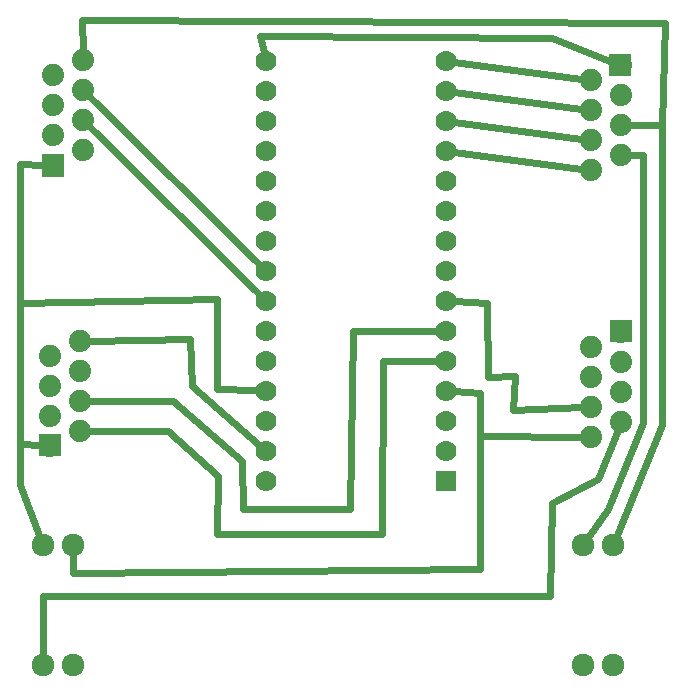
<source format=gbl>
G04 MADE WITH FRITZING*
G04 WWW.FRITZING.ORG*
G04 DOUBLE SIDED*
G04 HOLES PLATED*
G04 CONTOUR ON CENTER OF CONTOUR VECTOR*
%ASAXBY*%
%FSLAX23Y23*%
%MOIN*%
%OFA0B0*%
%SFA1.0B1.0*%
%ADD10C,0.070000*%
%ADD11C,0.074000*%
%ADD12C,0.075806*%
%ADD13R,0.069972X0.070000*%
%ADD14C,0.024000*%
%ADD15R,0.001000X0.001000*%
%LNCOPPER0*%
G90*
G70*
G54D10*
X1676Y1329D03*
X1676Y1429D03*
X1676Y1529D03*
X1676Y1629D03*
X1676Y1729D03*
X1676Y1829D03*
X1676Y1929D03*
X1676Y2029D03*
X1676Y2129D03*
X1676Y2229D03*
X1676Y2329D03*
X1676Y2429D03*
X1676Y2529D03*
X1676Y2629D03*
X1676Y2729D03*
X1076Y1329D03*
X1076Y1429D03*
X1076Y1529D03*
X1076Y1629D03*
X1076Y1729D03*
X1076Y1829D03*
X1076Y1929D03*
X1076Y2029D03*
X1076Y2129D03*
X1076Y2229D03*
X1076Y2329D03*
X1076Y2429D03*
X1076Y2529D03*
X1076Y2629D03*
X1076Y2729D03*
G54D11*
X2159Y2363D03*
X2259Y2413D03*
X2159Y2463D03*
X2159Y2563D03*
X2159Y2663D03*
X2259Y2513D03*
X2259Y2613D03*
X2259Y2713D03*
X2159Y2363D03*
X2259Y2413D03*
X2159Y2463D03*
X2159Y2563D03*
X2159Y2663D03*
X2259Y2513D03*
X2259Y2613D03*
X2259Y2713D03*
X468Y2730D03*
X368Y2680D03*
X468Y2630D03*
X468Y2530D03*
X468Y2430D03*
X368Y2580D03*
X368Y2480D03*
X368Y2380D03*
X468Y2730D03*
X368Y2680D03*
X468Y2630D03*
X468Y2530D03*
X468Y2430D03*
X368Y2580D03*
X368Y2480D03*
X368Y2380D03*
X457Y1796D03*
X357Y1746D03*
X457Y1696D03*
X457Y1596D03*
X457Y1496D03*
X357Y1646D03*
X357Y1546D03*
X357Y1446D03*
X457Y1796D03*
X357Y1746D03*
X457Y1696D03*
X457Y1596D03*
X457Y1496D03*
X357Y1646D03*
X357Y1546D03*
X357Y1446D03*
X2161Y1476D03*
X2261Y1526D03*
X2161Y1576D03*
X2161Y1676D03*
X2161Y1776D03*
X2261Y1626D03*
X2261Y1726D03*
X2261Y1826D03*
X2161Y1476D03*
X2261Y1526D03*
X2161Y1576D03*
X2161Y1676D03*
X2161Y1776D03*
X2261Y1626D03*
X2261Y1726D03*
X2261Y1826D03*
G54D12*
X333Y1114D03*
X433Y1114D03*
X333Y714D03*
X433Y714D03*
X2133Y1114D03*
X2233Y1114D03*
X2133Y714D03*
X2233Y714D03*
X333Y1114D03*
X433Y1114D03*
X333Y714D03*
X433Y714D03*
X2133Y1114D03*
X2233Y1114D03*
X2133Y714D03*
X2233Y714D03*
G54D13*
X1676Y1329D03*
G54D14*
X2218Y1233D02*
X2154Y1143D01*
D02*
X2335Y1522D02*
X2218Y1233D01*
D02*
X2335Y2416D02*
X2335Y1522D01*
D02*
X2290Y2414D02*
X2335Y2416D01*
D02*
X488Y1796D02*
X824Y1800D01*
D02*
X824Y1800D02*
X829Y1644D01*
D02*
X829Y1644D02*
X1054Y1448D01*
D02*
X1705Y2625D02*
X2128Y2567D01*
D02*
X1705Y2525D02*
X2128Y2467D01*
D02*
X1705Y2725D02*
X2128Y2667D01*
D02*
X752Y1494D02*
X488Y1496D01*
D02*
X918Y1344D02*
X752Y1494D01*
D02*
X913Y1150D02*
X918Y1344D01*
D02*
X1463Y1150D02*
X913Y1150D01*
D02*
X1468Y1728D02*
X1463Y1150D01*
D02*
X1647Y1729D02*
X1468Y1728D01*
D02*
X1705Y2425D02*
X2128Y2367D01*
D02*
X2130Y1476D02*
X1790Y1478D01*
D02*
X1790Y1478D02*
X1790Y1622D01*
D02*
X1790Y1622D02*
X1705Y1627D01*
D02*
X1055Y1950D02*
X490Y2508D01*
D02*
X488Y1596D02*
X768Y1594D01*
D02*
X768Y1594D02*
X996Y1394D01*
D02*
X996Y1394D02*
X1002Y1233D01*
D02*
X1002Y1233D02*
X1357Y1233D01*
D02*
X1357Y1233D02*
X1368Y1828D01*
D02*
X1368Y1828D02*
X1647Y1829D01*
D02*
X1705Y1928D02*
X1813Y1922D01*
D02*
X1813Y1922D02*
X1816Y1674D01*
D02*
X1816Y1674D02*
X1907Y1678D01*
D02*
X1907Y1678D02*
X1902Y1566D01*
D02*
X1902Y1566D02*
X2130Y1575D01*
D02*
X2290Y2514D02*
X2396Y2516D01*
D02*
X2396Y2516D02*
X2396Y1516D01*
D02*
X2396Y1516D02*
X2247Y1147D01*
D02*
X2396Y2516D02*
X2407Y2855D01*
D02*
X2407Y2855D02*
X463Y2866D01*
D02*
X463Y2866D02*
X467Y2760D01*
D02*
X2230Y2724D02*
X2029Y2805D01*
D02*
X2029Y2805D02*
X1057Y2811D01*
D02*
X1057Y2811D02*
X1069Y2757D01*
D02*
X913Y1633D02*
X1047Y1630D01*
D02*
X913Y1933D02*
X913Y1633D01*
D02*
X257Y1922D02*
X913Y1933D01*
D02*
X257Y1450D02*
X257Y1922D01*
D02*
X257Y1922D02*
X257Y2383D01*
D02*
X326Y1447D02*
X257Y1450D01*
D02*
X257Y1450D02*
X257Y1316D01*
D02*
X257Y2383D02*
X338Y2381D01*
D02*
X257Y1316D02*
X321Y1147D01*
D02*
X335Y944D02*
X334Y750D01*
D02*
X2024Y944D02*
X335Y944D01*
D02*
X2029Y1255D02*
X2024Y944D01*
D02*
X2185Y1333D02*
X2029Y1255D01*
D02*
X2250Y1497D02*
X2185Y1333D01*
D02*
X434Y1079D02*
X435Y1022D01*
D02*
X435Y1022D02*
X1790Y1033D01*
D02*
X1790Y1033D02*
X1790Y1622D01*
D02*
X1790Y1622D02*
X1705Y1627D01*
D02*
X1055Y2050D02*
X490Y2608D01*
G54D15*
X2222Y2750D02*
X2294Y2750D01*
X2222Y2749D02*
X2295Y2749D01*
X2222Y2748D02*
X2295Y2748D01*
X2222Y2747D02*
X2295Y2747D01*
X2222Y2746D02*
X2295Y2746D01*
X2222Y2745D02*
X2295Y2745D01*
X2222Y2744D02*
X2295Y2744D01*
X2222Y2743D02*
X2295Y2743D01*
X2222Y2742D02*
X2295Y2742D01*
X2222Y2741D02*
X2295Y2741D01*
X2222Y2740D02*
X2295Y2740D01*
X2222Y2739D02*
X2295Y2739D01*
X2222Y2738D02*
X2295Y2738D01*
X2222Y2737D02*
X2295Y2737D01*
X2222Y2736D02*
X2295Y2736D01*
X2222Y2735D02*
X2295Y2735D01*
X2222Y2734D02*
X2295Y2734D01*
X2222Y2733D02*
X2295Y2733D01*
X2222Y2732D02*
X2252Y2732D01*
X2264Y2732D02*
X2295Y2732D01*
X2222Y2731D02*
X2249Y2731D01*
X2267Y2731D02*
X2295Y2731D01*
X2222Y2730D02*
X2247Y2730D01*
X2269Y2730D02*
X2295Y2730D01*
X2222Y2729D02*
X2246Y2729D01*
X2270Y2729D02*
X2295Y2729D01*
X2222Y2728D02*
X2245Y2728D01*
X2271Y2728D02*
X2295Y2728D01*
X2222Y2727D02*
X2244Y2727D01*
X2273Y2727D02*
X2295Y2727D01*
X2222Y2726D02*
X2243Y2726D01*
X2273Y2726D02*
X2295Y2726D01*
X2222Y2725D02*
X2242Y2725D01*
X2274Y2725D02*
X2295Y2725D01*
X2222Y2724D02*
X2241Y2724D01*
X2275Y2724D02*
X2295Y2724D01*
X2222Y2723D02*
X2241Y2723D01*
X2276Y2723D02*
X2295Y2723D01*
X2222Y2722D02*
X2240Y2722D01*
X2276Y2722D02*
X2295Y2722D01*
X2222Y2721D02*
X2240Y2721D01*
X2277Y2721D02*
X2295Y2721D01*
X2222Y2720D02*
X2239Y2720D01*
X2277Y2720D02*
X2295Y2720D01*
X2222Y2719D02*
X2239Y2719D01*
X2277Y2719D02*
X2295Y2719D01*
X2222Y2718D02*
X2239Y2718D01*
X2278Y2718D02*
X2295Y2718D01*
X2222Y2717D02*
X2238Y2717D01*
X2278Y2717D02*
X2295Y2717D01*
X2222Y2716D02*
X2238Y2716D01*
X2278Y2716D02*
X2295Y2716D01*
X2222Y2715D02*
X2238Y2715D01*
X2278Y2715D02*
X2295Y2715D01*
X2222Y2714D02*
X2238Y2714D01*
X2278Y2714D02*
X2295Y2714D01*
X2222Y2713D02*
X2238Y2713D01*
X2278Y2713D02*
X2295Y2713D01*
X2222Y2712D02*
X2238Y2712D01*
X2278Y2712D02*
X2295Y2712D01*
X2222Y2711D02*
X2238Y2711D01*
X2278Y2711D02*
X2295Y2711D01*
X2222Y2710D02*
X2238Y2710D01*
X2278Y2710D02*
X2295Y2710D01*
X2222Y2709D02*
X2238Y2709D01*
X2278Y2709D02*
X2295Y2709D01*
X2222Y2708D02*
X2239Y2708D01*
X2277Y2708D02*
X2295Y2708D01*
X2222Y2707D02*
X2239Y2707D01*
X2277Y2707D02*
X2295Y2707D01*
X2222Y2706D02*
X2239Y2706D01*
X2277Y2706D02*
X2295Y2706D01*
X2222Y2705D02*
X2240Y2705D01*
X2276Y2705D02*
X2295Y2705D01*
X2222Y2704D02*
X2240Y2704D01*
X2276Y2704D02*
X2295Y2704D01*
X2222Y2703D02*
X2241Y2703D01*
X2275Y2703D02*
X2295Y2703D01*
X2222Y2702D02*
X2241Y2702D01*
X2275Y2702D02*
X2295Y2702D01*
X2222Y2701D02*
X2242Y2701D01*
X2274Y2701D02*
X2295Y2701D01*
X2222Y2700D02*
X2243Y2700D01*
X2273Y2700D02*
X2295Y2700D01*
X2222Y2699D02*
X2244Y2699D01*
X2272Y2699D02*
X2295Y2699D01*
X2222Y2698D02*
X2245Y2698D01*
X2271Y2698D02*
X2295Y2698D01*
X2222Y2697D02*
X2246Y2697D01*
X2270Y2697D02*
X2295Y2697D01*
X2222Y2696D02*
X2248Y2696D01*
X2268Y2696D02*
X2295Y2696D01*
X2222Y2695D02*
X2250Y2695D01*
X2266Y2695D02*
X2295Y2695D01*
X2222Y2694D02*
X2253Y2694D01*
X2263Y2694D02*
X2295Y2694D01*
X2222Y2693D02*
X2295Y2693D01*
X2222Y2692D02*
X2295Y2692D01*
X2222Y2691D02*
X2295Y2691D01*
X2222Y2690D02*
X2295Y2690D01*
X2222Y2689D02*
X2295Y2689D01*
X2222Y2688D02*
X2295Y2688D01*
X2222Y2687D02*
X2295Y2687D01*
X2222Y2686D02*
X2295Y2686D01*
X2222Y2685D02*
X2295Y2685D01*
X2222Y2684D02*
X2295Y2684D01*
X2222Y2683D02*
X2295Y2683D01*
X2222Y2682D02*
X2295Y2682D01*
X2222Y2681D02*
X2295Y2681D01*
X2222Y2680D02*
X2295Y2680D01*
X2222Y2679D02*
X2295Y2679D01*
X2222Y2678D02*
X2295Y2678D01*
X2222Y2677D02*
X2295Y2677D01*
X331Y2416D02*
X404Y2416D01*
X331Y2415D02*
X404Y2415D01*
X331Y2414D02*
X404Y2414D01*
X331Y2413D02*
X404Y2413D01*
X331Y2412D02*
X404Y2412D01*
X331Y2411D02*
X404Y2411D01*
X331Y2410D02*
X404Y2410D01*
X331Y2409D02*
X404Y2409D01*
X331Y2408D02*
X404Y2408D01*
X331Y2407D02*
X404Y2407D01*
X331Y2406D02*
X404Y2406D01*
X331Y2405D02*
X404Y2405D01*
X331Y2404D02*
X404Y2404D01*
X331Y2403D02*
X404Y2403D01*
X331Y2402D02*
X404Y2402D01*
X331Y2401D02*
X404Y2401D01*
X331Y2400D02*
X404Y2400D01*
X331Y2399D02*
X363Y2399D01*
X373Y2399D02*
X404Y2399D01*
X331Y2398D02*
X360Y2398D01*
X376Y2398D02*
X404Y2398D01*
X331Y2397D02*
X358Y2397D01*
X378Y2397D02*
X404Y2397D01*
X331Y2396D02*
X356Y2396D01*
X380Y2396D02*
X404Y2396D01*
X331Y2395D02*
X355Y2395D01*
X381Y2395D02*
X404Y2395D01*
X331Y2394D02*
X354Y2394D01*
X382Y2394D02*
X404Y2394D01*
X331Y2393D02*
X353Y2393D01*
X383Y2393D02*
X404Y2393D01*
X331Y2392D02*
X352Y2392D01*
X384Y2392D02*
X404Y2392D01*
X331Y2391D02*
X351Y2391D01*
X385Y2391D02*
X404Y2391D01*
X331Y2390D02*
X351Y2390D01*
X385Y2390D02*
X404Y2390D01*
X331Y2389D02*
X350Y2389D01*
X386Y2389D02*
X404Y2389D01*
X331Y2388D02*
X349Y2388D01*
X386Y2388D02*
X404Y2388D01*
X331Y2387D02*
X349Y2387D01*
X387Y2387D02*
X404Y2387D01*
X331Y2386D02*
X349Y2386D01*
X387Y2386D02*
X404Y2386D01*
X331Y2385D02*
X348Y2385D01*
X387Y2385D02*
X404Y2385D01*
X331Y2384D02*
X348Y2384D01*
X388Y2384D02*
X404Y2384D01*
X331Y2383D02*
X348Y2383D01*
X388Y2383D02*
X404Y2383D01*
X331Y2382D02*
X348Y2382D01*
X388Y2382D02*
X404Y2382D01*
X331Y2381D02*
X348Y2381D01*
X388Y2381D02*
X404Y2381D01*
X331Y2380D02*
X348Y2380D01*
X388Y2380D02*
X404Y2380D01*
X331Y2379D02*
X348Y2379D01*
X388Y2379D02*
X404Y2379D01*
X331Y2378D02*
X348Y2378D01*
X388Y2378D02*
X404Y2378D01*
X331Y2377D02*
X348Y2377D01*
X388Y2377D02*
X404Y2377D01*
X331Y2376D02*
X348Y2376D01*
X388Y2376D02*
X404Y2376D01*
X331Y2375D02*
X348Y2375D01*
X387Y2375D02*
X404Y2375D01*
X331Y2374D02*
X349Y2374D01*
X387Y2374D02*
X404Y2374D01*
X331Y2373D02*
X349Y2373D01*
X387Y2373D02*
X404Y2373D01*
X331Y2372D02*
X349Y2372D01*
X386Y2372D02*
X404Y2372D01*
X331Y2371D02*
X350Y2371D01*
X386Y2371D02*
X404Y2371D01*
X331Y2370D02*
X350Y2370D01*
X385Y2370D02*
X404Y2370D01*
X331Y2369D02*
X351Y2369D01*
X385Y2369D02*
X404Y2369D01*
X331Y2368D02*
X352Y2368D01*
X384Y2368D02*
X404Y2368D01*
X331Y2367D02*
X353Y2367D01*
X383Y2367D02*
X404Y2367D01*
X331Y2366D02*
X353Y2366D01*
X382Y2366D02*
X404Y2366D01*
X331Y2365D02*
X355Y2365D01*
X381Y2365D02*
X404Y2365D01*
X331Y2364D02*
X356Y2364D01*
X380Y2364D02*
X404Y2364D01*
X331Y2363D02*
X357Y2363D01*
X378Y2363D02*
X404Y2363D01*
X331Y2362D02*
X359Y2362D01*
X376Y2362D02*
X404Y2362D01*
X331Y2361D02*
X362Y2361D01*
X373Y2361D02*
X404Y2361D01*
X331Y2360D02*
X404Y2360D01*
X331Y2359D02*
X404Y2359D01*
X331Y2358D02*
X404Y2358D01*
X331Y2357D02*
X404Y2357D01*
X331Y2356D02*
X404Y2356D01*
X331Y2355D02*
X404Y2355D01*
X331Y2354D02*
X404Y2354D01*
X331Y2353D02*
X404Y2353D01*
X331Y2352D02*
X404Y2352D01*
X331Y2351D02*
X404Y2351D01*
X331Y2350D02*
X404Y2350D01*
X331Y2349D02*
X404Y2349D01*
X331Y2348D02*
X404Y2348D01*
X331Y2347D02*
X404Y2347D01*
X331Y2346D02*
X404Y2346D01*
X331Y2345D02*
X404Y2345D01*
X331Y2344D02*
X404Y2344D01*
X332Y2343D02*
X404Y2343D01*
X2224Y1863D02*
X2297Y1863D01*
X2224Y1862D02*
X2297Y1862D01*
X2224Y1861D02*
X2297Y1861D01*
X2224Y1860D02*
X2297Y1860D01*
X2224Y1859D02*
X2297Y1859D01*
X2224Y1858D02*
X2297Y1858D01*
X2224Y1857D02*
X2297Y1857D01*
X2224Y1856D02*
X2297Y1856D01*
X2224Y1855D02*
X2297Y1855D01*
X2224Y1854D02*
X2297Y1854D01*
X2224Y1853D02*
X2297Y1853D01*
X2224Y1852D02*
X2297Y1852D01*
X2224Y1851D02*
X2297Y1851D01*
X2224Y1850D02*
X2297Y1850D01*
X2224Y1849D02*
X2297Y1849D01*
X2224Y1848D02*
X2297Y1848D01*
X2224Y1847D02*
X2297Y1847D01*
X2224Y1846D02*
X2297Y1846D01*
X2224Y1845D02*
X2254Y1845D01*
X2267Y1845D02*
X2297Y1845D01*
X2224Y1844D02*
X2252Y1844D01*
X2269Y1844D02*
X2297Y1844D01*
X2224Y1843D02*
X2250Y1843D01*
X2271Y1843D02*
X2297Y1843D01*
X2224Y1842D02*
X2248Y1842D01*
X2273Y1842D02*
X2297Y1842D01*
X2224Y1841D02*
X2247Y1841D01*
X2274Y1841D02*
X2297Y1841D01*
X2224Y1840D02*
X2246Y1840D01*
X2275Y1840D02*
X2297Y1840D01*
X2224Y1839D02*
X2245Y1839D01*
X2276Y1839D02*
X2297Y1839D01*
X2224Y1838D02*
X2244Y1838D01*
X2277Y1838D02*
X2297Y1838D01*
X2224Y1837D02*
X2244Y1837D01*
X2277Y1837D02*
X2297Y1837D01*
X2224Y1836D02*
X2243Y1836D01*
X2278Y1836D02*
X2297Y1836D01*
X2224Y1835D02*
X2242Y1835D01*
X2279Y1835D02*
X2297Y1835D01*
X2224Y1834D02*
X2242Y1834D01*
X2279Y1834D02*
X2297Y1834D01*
X2224Y1833D02*
X2242Y1833D01*
X2279Y1833D02*
X2297Y1833D01*
X2224Y1832D02*
X2241Y1832D01*
X2280Y1832D02*
X2297Y1832D01*
X2224Y1831D02*
X2241Y1831D01*
X2280Y1831D02*
X2297Y1831D01*
X2224Y1830D02*
X2241Y1830D01*
X2280Y1830D02*
X2297Y1830D01*
X2224Y1829D02*
X2241Y1829D01*
X2280Y1829D02*
X2297Y1829D01*
X2224Y1828D02*
X2241Y1828D01*
X2281Y1828D02*
X2297Y1828D01*
X2224Y1827D02*
X2240Y1827D01*
X2281Y1827D02*
X2297Y1827D01*
X2224Y1826D02*
X2240Y1826D01*
X2281Y1826D02*
X2297Y1826D01*
X2224Y1825D02*
X2240Y1825D01*
X2281Y1825D02*
X2297Y1825D01*
X2224Y1824D02*
X2241Y1824D01*
X2280Y1824D02*
X2297Y1824D01*
X2224Y1823D02*
X2241Y1823D01*
X2280Y1823D02*
X2297Y1823D01*
X2224Y1822D02*
X2241Y1822D01*
X2280Y1822D02*
X2297Y1822D01*
X2224Y1821D02*
X2241Y1821D01*
X2280Y1821D02*
X2297Y1821D01*
X2224Y1820D02*
X2241Y1820D01*
X2280Y1820D02*
X2297Y1820D01*
X2224Y1819D02*
X2242Y1819D01*
X2279Y1819D02*
X2297Y1819D01*
X2224Y1818D02*
X2242Y1818D01*
X2279Y1818D02*
X2297Y1818D01*
X2224Y1817D02*
X2243Y1817D01*
X2278Y1817D02*
X2297Y1817D01*
X2224Y1816D02*
X2243Y1816D01*
X2278Y1816D02*
X2297Y1816D01*
X2224Y1815D02*
X2244Y1815D01*
X2277Y1815D02*
X2297Y1815D01*
X2224Y1814D02*
X2245Y1814D01*
X2276Y1814D02*
X2297Y1814D01*
X2224Y1813D02*
X2246Y1813D01*
X2275Y1813D02*
X2297Y1813D01*
X2224Y1812D02*
X2247Y1812D01*
X2275Y1812D02*
X2297Y1812D01*
X2224Y1811D02*
X2248Y1811D01*
X2273Y1811D02*
X2297Y1811D01*
X2224Y1810D02*
X2249Y1810D01*
X2272Y1810D02*
X2297Y1810D01*
X2224Y1809D02*
X2251Y1809D01*
X2270Y1809D02*
X2297Y1809D01*
X2224Y1808D02*
X2253Y1808D01*
X2268Y1808D02*
X2297Y1808D01*
X2224Y1807D02*
X2256Y1807D01*
X2265Y1807D02*
X2297Y1807D01*
X2224Y1806D02*
X2297Y1806D01*
X2224Y1805D02*
X2297Y1805D01*
X2224Y1804D02*
X2297Y1804D01*
X2224Y1803D02*
X2297Y1803D01*
X2224Y1802D02*
X2297Y1802D01*
X2224Y1801D02*
X2297Y1801D01*
X2224Y1800D02*
X2297Y1800D01*
X2224Y1799D02*
X2297Y1799D01*
X2224Y1798D02*
X2297Y1798D01*
X2224Y1797D02*
X2297Y1797D01*
X2224Y1796D02*
X2297Y1796D01*
X2224Y1795D02*
X2297Y1795D01*
X2224Y1794D02*
X2297Y1794D01*
X2224Y1793D02*
X2297Y1793D01*
X2224Y1792D02*
X2297Y1792D01*
X2224Y1791D02*
X2297Y1791D01*
X2224Y1790D02*
X2297Y1790D01*
X320Y1483D02*
X393Y1483D01*
X320Y1482D02*
X393Y1482D01*
X320Y1481D02*
X393Y1481D01*
X320Y1480D02*
X393Y1480D01*
X320Y1479D02*
X393Y1479D01*
X320Y1478D02*
X393Y1478D01*
X320Y1477D02*
X393Y1477D01*
X320Y1476D02*
X393Y1476D01*
X320Y1475D02*
X393Y1475D01*
X320Y1474D02*
X393Y1474D01*
X320Y1473D02*
X393Y1473D01*
X320Y1472D02*
X393Y1472D01*
X320Y1471D02*
X393Y1471D01*
X320Y1470D02*
X393Y1470D01*
X320Y1469D02*
X393Y1469D01*
X320Y1468D02*
X393Y1468D01*
X320Y1467D02*
X393Y1467D01*
X320Y1466D02*
X393Y1466D01*
X320Y1465D02*
X350Y1465D01*
X363Y1465D02*
X393Y1465D01*
X320Y1464D02*
X348Y1464D01*
X366Y1464D02*
X393Y1464D01*
X320Y1463D02*
X346Y1463D01*
X368Y1463D02*
X393Y1463D01*
X320Y1462D02*
X344Y1462D01*
X369Y1462D02*
X393Y1462D01*
X320Y1461D02*
X343Y1461D01*
X370Y1461D02*
X393Y1461D01*
X320Y1460D02*
X342Y1460D01*
X371Y1460D02*
X393Y1460D01*
X320Y1459D02*
X341Y1459D01*
X372Y1459D02*
X393Y1459D01*
X320Y1458D02*
X340Y1458D01*
X373Y1458D02*
X393Y1458D01*
X320Y1457D02*
X340Y1457D01*
X374Y1457D02*
X393Y1457D01*
X320Y1456D02*
X339Y1456D01*
X374Y1456D02*
X393Y1456D01*
X320Y1455D02*
X339Y1455D01*
X375Y1455D02*
X393Y1455D01*
X320Y1454D02*
X338Y1454D01*
X375Y1454D02*
X393Y1454D01*
X320Y1453D02*
X338Y1453D01*
X376Y1453D02*
X393Y1453D01*
X320Y1452D02*
X337Y1452D01*
X376Y1452D02*
X393Y1452D01*
X320Y1451D02*
X337Y1451D01*
X376Y1451D02*
X393Y1451D01*
X320Y1450D02*
X337Y1450D01*
X377Y1450D02*
X393Y1450D01*
X320Y1449D02*
X337Y1449D01*
X377Y1449D02*
X393Y1449D01*
X320Y1448D02*
X337Y1448D01*
X377Y1448D02*
X393Y1448D01*
X320Y1447D02*
X337Y1447D01*
X377Y1447D02*
X393Y1447D01*
X320Y1446D02*
X337Y1446D01*
X377Y1446D02*
X393Y1446D01*
X320Y1445D02*
X337Y1445D01*
X377Y1445D02*
X393Y1445D01*
X320Y1444D02*
X337Y1444D01*
X377Y1444D02*
X393Y1444D01*
X320Y1443D02*
X337Y1443D01*
X377Y1443D02*
X393Y1443D01*
X320Y1442D02*
X337Y1442D01*
X376Y1442D02*
X393Y1442D01*
X320Y1441D02*
X337Y1441D01*
X376Y1441D02*
X393Y1441D01*
X320Y1440D02*
X338Y1440D01*
X376Y1440D02*
X393Y1440D01*
X320Y1439D02*
X338Y1439D01*
X375Y1439D02*
X393Y1439D01*
X320Y1438D02*
X338Y1438D01*
X375Y1438D02*
X393Y1438D01*
X320Y1437D02*
X339Y1437D01*
X374Y1437D02*
X393Y1437D01*
X320Y1436D02*
X340Y1436D01*
X374Y1436D02*
X393Y1436D01*
X320Y1435D02*
X340Y1435D01*
X373Y1435D02*
X393Y1435D01*
X320Y1434D02*
X341Y1434D01*
X372Y1434D02*
X393Y1434D01*
X320Y1433D02*
X342Y1433D01*
X372Y1433D02*
X393Y1433D01*
X320Y1432D02*
X343Y1432D01*
X371Y1432D02*
X393Y1432D01*
X320Y1431D02*
X344Y1431D01*
X369Y1431D02*
X393Y1431D01*
X320Y1430D02*
X345Y1430D01*
X368Y1430D02*
X393Y1430D01*
X320Y1429D02*
X347Y1429D01*
X366Y1429D02*
X393Y1429D01*
X320Y1428D02*
X349Y1428D01*
X364Y1428D02*
X393Y1428D01*
X320Y1427D02*
X353Y1427D01*
X361Y1427D02*
X393Y1427D01*
X320Y1426D02*
X393Y1426D01*
X320Y1425D02*
X393Y1425D01*
X320Y1424D02*
X393Y1424D01*
X320Y1423D02*
X393Y1423D01*
X320Y1422D02*
X393Y1422D01*
X320Y1421D02*
X393Y1421D01*
X320Y1420D02*
X393Y1420D01*
X320Y1419D02*
X393Y1419D01*
X320Y1418D02*
X393Y1418D01*
X320Y1417D02*
X393Y1417D01*
X320Y1416D02*
X393Y1416D01*
X320Y1415D02*
X393Y1415D01*
X320Y1414D02*
X393Y1414D01*
X320Y1413D02*
X393Y1413D01*
X320Y1412D02*
X393Y1412D01*
X320Y1411D02*
X393Y1411D01*
X320Y1410D02*
X393Y1410D01*
X327Y1145D02*
X339Y1145D01*
X427Y1145D02*
X439Y1145D01*
X2127Y1145D02*
X2139Y1145D01*
X2227Y1145D02*
X2239Y1145D01*
X323Y1144D02*
X343Y1144D01*
X423Y1144D02*
X442Y1144D01*
X2123Y1144D02*
X2142Y1144D01*
X2223Y1144D02*
X2242Y1144D01*
X321Y1143D02*
X345Y1143D01*
X421Y1143D02*
X445Y1143D01*
X2121Y1143D02*
X2145Y1143D01*
X2221Y1143D02*
X2245Y1143D01*
X319Y1142D02*
X347Y1142D01*
X419Y1142D02*
X447Y1142D01*
X2119Y1142D02*
X2147Y1142D01*
X2219Y1142D02*
X2247Y1142D01*
X317Y1141D02*
X349Y1141D01*
X417Y1141D02*
X449Y1141D01*
X2117Y1141D02*
X2149Y1141D01*
X2217Y1141D02*
X2249Y1141D01*
X315Y1140D02*
X350Y1140D01*
X415Y1140D02*
X450Y1140D01*
X2115Y1140D02*
X2150Y1140D01*
X2215Y1140D02*
X2250Y1140D01*
X314Y1139D02*
X352Y1139D01*
X414Y1139D02*
X452Y1139D01*
X2114Y1139D02*
X2152Y1139D01*
X2214Y1139D02*
X2251Y1139D01*
X313Y1138D02*
X353Y1138D01*
X413Y1138D02*
X453Y1138D01*
X2113Y1138D02*
X2153Y1138D01*
X2213Y1138D02*
X2253Y1138D01*
X312Y1137D02*
X354Y1137D01*
X412Y1137D02*
X454Y1137D01*
X2112Y1137D02*
X2154Y1137D01*
X2212Y1137D02*
X2254Y1137D01*
X311Y1136D02*
X355Y1136D01*
X411Y1136D02*
X455Y1136D01*
X2111Y1136D02*
X2155Y1136D01*
X2211Y1136D02*
X2255Y1136D01*
X310Y1135D02*
X356Y1135D01*
X410Y1135D02*
X456Y1135D01*
X2110Y1135D02*
X2156Y1135D01*
X2210Y1135D02*
X2256Y1135D01*
X309Y1134D02*
X357Y1134D01*
X409Y1134D02*
X457Y1134D01*
X2109Y1134D02*
X2157Y1134D01*
X2209Y1134D02*
X2256Y1134D01*
X308Y1133D02*
X329Y1133D01*
X336Y1133D02*
X357Y1133D01*
X408Y1133D02*
X429Y1133D01*
X436Y1133D02*
X457Y1133D01*
X2108Y1133D02*
X2129Y1133D01*
X2136Y1133D02*
X2157Y1133D01*
X2208Y1133D02*
X2229Y1133D01*
X2236Y1133D02*
X2257Y1133D01*
X308Y1132D02*
X326Y1132D01*
X340Y1132D02*
X358Y1132D01*
X408Y1132D02*
X426Y1132D01*
X440Y1132D02*
X458Y1132D01*
X2108Y1132D02*
X2126Y1132D01*
X2140Y1132D02*
X2158Y1132D01*
X2208Y1132D02*
X2226Y1132D01*
X2240Y1132D02*
X2258Y1132D01*
X307Y1131D02*
X324Y1131D01*
X342Y1131D02*
X359Y1131D01*
X407Y1131D02*
X424Y1131D01*
X442Y1131D02*
X459Y1131D01*
X2107Y1131D02*
X2124Y1131D01*
X2142Y1131D02*
X2159Y1131D01*
X2207Y1131D02*
X2223Y1131D01*
X2242Y1131D02*
X2259Y1131D01*
X306Y1130D02*
X322Y1130D01*
X344Y1130D02*
X359Y1130D01*
X406Y1130D02*
X422Y1130D01*
X444Y1130D02*
X459Y1130D01*
X2106Y1130D02*
X2122Y1130D01*
X2144Y1130D02*
X2159Y1130D01*
X2206Y1130D02*
X2222Y1130D01*
X2244Y1130D02*
X2259Y1130D01*
X306Y1129D02*
X321Y1129D01*
X345Y1129D02*
X360Y1129D01*
X406Y1129D02*
X421Y1129D01*
X445Y1129D02*
X460Y1129D01*
X2106Y1129D02*
X2121Y1129D01*
X2145Y1129D02*
X2160Y1129D01*
X2206Y1129D02*
X2220Y1129D01*
X2245Y1129D02*
X2260Y1129D01*
X305Y1128D02*
X319Y1128D01*
X346Y1128D02*
X360Y1128D01*
X405Y1128D02*
X419Y1128D01*
X446Y1128D02*
X460Y1128D01*
X2105Y1128D02*
X2119Y1128D01*
X2146Y1128D02*
X2160Y1128D01*
X2205Y1128D02*
X2219Y1128D01*
X2246Y1128D02*
X2260Y1128D01*
X305Y1127D02*
X319Y1127D01*
X347Y1127D02*
X361Y1127D01*
X405Y1127D02*
X419Y1127D01*
X447Y1127D02*
X461Y1127D01*
X2105Y1127D02*
X2118Y1127D01*
X2147Y1127D02*
X2161Y1127D01*
X2205Y1127D02*
X2218Y1127D01*
X2247Y1127D02*
X2261Y1127D01*
X305Y1126D02*
X318Y1126D01*
X348Y1126D02*
X361Y1126D01*
X405Y1126D02*
X418Y1126D01*
X448Y1126D02*
X461Y1126D01*
X2104Y1126D02*
X2118Y1126D01*
X2148Y1126D02*
X2161Y1126D01*
X2204Y1126D02*
X2218Y1126D01*
X2248Y1126D02*
X2261Y1126D01*
X304Y1125D02*
X317Y1125D01*
X349Y1125D02*
X362Y1125D01*
X404Y1125D02*
X417Y1125D01*
X449Y1125D02*
X462Y1125D01*
X2104Y1125D02*
X2117Y1125D01*
X2149Y1125D02*
X2161Y1125D01*
X2204Y1125D02*
X2217Y1125D01*
X2249Y1125D02*
X2261Y1125D01*
X304Y1124D02*
X316Y1124D01*
X349Y1124D02*
X362Y1124D01*
X404Y1124D02*
X416Y1124D01*
X449Y1124D02*
X462Y1124D01*
X2104Y1124D02*
X2116Y1124D01*
X2149Y1124D02*
X2162Y1124D01*
X2204Y1124D02*
X2216Y1124D01*
X2249Y1124D02*
X2262Y1124D01*
X304Y1123D02*
X316Y1123D01*
X350Y1123D02*
X362Y1123D01*
X404Y1123D02*
X416Y1123D01*
X450Y1123D02*
X462Y1123D01*
X2103Y1123D02*
X2116Y1123D01*
X2150Y1123D02*
X2162Y1123D01*
X2203Y1123D02*
X2216Y1123D01*
X2250Y1123D02*
X2262Y1123D01*
X303Y1122D02*
X315Y1122D01*
X350Y1122D02*
X362Y1122D01*
X403Y1122D02*
X415Y1122D01*
X450Y1122D02*
X462Y1122D01*
X2103Y1122D02*
X2115Y1122D01*
X2150Y1122D02*
X2162Y1122D01*
X2203Y1122D02*
X2215Y1122D01*
X2250Y1122D02*
X2262Y1122D01*
X303Y1121D02*
X315Y1121D01*
X351Y1121D02*
X363Y1121D01*
X403Y1121D02*
X415Y1121D01*
X451Y1121D02*
X463Y1121D01*
X2103Y1121D02*
X2115Y1121D01*
X2151Y1121D02*
X2163Y1121D01*
X2203Y1121D02*
X2215Y1121D01*
X2251Y1121D02*
X2263Y1121D01*
X303Y1120D02*
X315Y1120D01*
X351Y1120D02*
X363Y1120D01*
X403Y1120D02*
X415Y1120D01*
X451Y1120D02*
X463Y1120D01*
X2103Y1120D02*
X2115Y1120D01*
X2151Y1120D02*
X2163Y1120D01*
X2203Y1120D02*
X2215Y1120D01*
X2251Y1120D02*
X2263Y1120D01*
X303Y1119D02*
X314Y1119D01*
X351Y1119D02*
X363Y1119D01*
X403Y1119D02*
X414Y1119D01*
X451Y1119D02*
X463Y1119D01*
X2103Y1119D02*
X2114Y1119D01*
X2151Y1119D02*
X2163Y1119D01*
X2203Y1119D02*
X2214Y1119D01*
X2251Y1119D02*
X2263Y1119D01*
X303Y1118D02*
X314Y1118D01*
X352Y1118D02*
X363Y1118D01*
X403Y1118D02*
X414Y1118D01*
X452Y1118D02*
X463Y1118D01*
X2102Y1118D02*
X2114Y1118D01*
X2151Y1118D02*
X2163Y1118D01*
X2202Y1118D02*
X2214Y1118D01*
X2251Y1118D02*
X2263Y1118D01*
X303Y1117D02*
X314Y1117D01*
X352Y1117D02*
X363Y1117D01*
X402Y1117D02*
X414Y1117D01*
X452Y1117D02*
X463Y1117D01*
X2102Y1117D02*
X2114Y1117D01*
X2152Y1117D02*
X2163Y1117D01*
X2202Y1117D02*
X2214Y1117D01*
X2252Y1117D02*
X2263Y1117D01*
X302Y1116D02*
X314Y1116D01*
X352Y1116D02*
X363Y1116D01*
X402Y1116D02*
X414Y1116D01*
X452Y1116D02*
X463Y1116D01*
X2102Y1116D02*
X2114Y1116D01*
X2152Y1116D02*
X2163Y1116D01*
X2202Y1116D02*
X2214Y1116D01*
X2252Y1116D02*
X2263Y1116D01*
X302Y1115D02*
X314Y1115D01*
X352Y1115D02*
X363Y1115D01*
X402Y1115D02*
X414Y1115D01*
X452Y1115D02*
X463Y1115D01*
X2102Y1115D02*
X2114Y1115D01*
X2152Y1115D02*
X2163Y1115D01*
X2202Y1115D02*
X2214Y1115D01*
X2252Y1115D02*
X2263Y1115D01*
X302Y1114D02*
X314Y1114D01*
X352Y1114D02*
X363Y1114D01*
X402Y1114D02*
X414Y1114D01*
X452Y1114D02*
X463Y1114D01*
X2102Y1114D02*
X2114Y1114D01*
X2152Y1114D02*
X2163Y1114D01*
X2202Y1114D02*
X2214Y1114D01*
X2252Y1114D02*
X2263Y1114D01*
X303Y1113D02*
X314Y1113D01*
X352Y1113D02*
X363Y1113D01*
X402Y1113D02*
X414Y1113D01*
X452Y1113D02*
X463Y1113D01*
X2102Y1113D02*
X2114Y1113D01*
X2152Y1113D02*
X2163Y1113D01*
X2202Y1113D02*
X2214Y1113D01*
X2252Y1113D02*
X2263Y1113D01*
X303Y1112D02*
X314Y1112D01*
X352Y1112D02*
X363Y1112D01*
X403Y1112D02*
X414Y1112D01*
X452Y1112D02*
X463Y1112D01*
X2102Y1112D02*
X2114Y1112D01*
X2151Y1112D02*
X2163Y1112D01*
X2202Y1112D02*
X2214Y1112D01*
X2251Y1112D02*
X2263Y1112D01*
X303Y1111D02*
X314Y1111D01*
X351Y1111D02*
X363Y1111D01*
X403Y1111D02*
X414Y1111D01*
X451Y1111D02*
X463Y1111D01*
X2103Y1111D02*
X2114Y1111D01*
X2151Y1111D02*
X2163Y1111D01*
X2203Y1111D02*
X2214Y1111D01*
X2251Y1111D02*
X2263Y1111D01*
X303Y1110D02*
X315Y1110D01*
X351Y1110D02*
X363Y1110D01*
X403Y1110D02*
X415Y1110D01*
X451Y1110D02*
X463Y1110D01*
X2103Y1110D02*
X2114Y1110D01*
X2151Y1110D02*
X2163Y1110D01*
X2203Y1110D02*
X2214Y1110D01*
X2251Y1110D02*
X2263Y1110D01*
X303Y1109D02*
X315Y1109D01*
X351Y1109D02*
X363Y1109D01*
X403Y1109D02*
X415Y1109D01*
X451Y1109D02*
X463Y1109D01*
X2103Y1109D02*
X2115Y1109D01*
X2151Y1109D02*
X2163Y1109D01*
X2203Y1109D02*
X2215Y1109D01*
X2251Y1109D02*
X2263Y1109D01*
X303Y1108D02*
X315Y1108D01*
X351Y1108D02*
X363Y1108D01*
X403Y1108D02*
X415Y1108D01*
X451Y1108D02*
X463Y1108D01*
X2103Y1108D02*
X2115Y1108D01*
X2150Y1108D02*
X2162Y1108D01*
X2203Y1108D02*
X2215Y1108D01*
X2250Y1108D02*
X2262Y1108D01*
X303Y1107D02*
X316Y1107D01*
X350Y1107D02*
X362Y1107D01*
X403Y1107D02*
X416Y1107D01*
X450Y1107D02*
X462Y1107D01*
X2103Y1107D02*
X2116Y1107D01*
X2150Y1107D02*
X2162Y1107D01*
X2203Y1107D02*
X2215Y1107D01*
X2250Y1107D02*
X2262Y1107D01*
X304Y1106D02*
X316Y1106D01*
X350Y1106D02*
X362Y1106D01*
X404Y1106D02*
X416Y1106D01*
X450Y1106D02*
X462Y1106D01*
X2104Y1106D02*
X2116Y1106D01*
X2149Y1106D02*
X2162Y1106D01*
X2204Y1106D02*
X2216Y1106D01*
X2249Y1106D02*
X2262Y1106D01*
X304Y1105D02*
X317Y1105D01*
X349Y1105D02*
X362Y1105D01*
X404Y1105D02*
X417Y1105D01*
X449Y1105D02*
X462Y1105D01*
X2104Y1105D02*
X2117Y1105D01*
X2149Y1105D02*
X2162Y1105D01*
X2204Y1105D02*
X2217Y1105D01*
X2249Y1105D02*
X2262Y1105D01*
X304Y1104D02*
X317Y1104D01*
X348Y1104D02*
X361Y1104D01*
X404Y1104D02*
X417Y1104D01*
X448Y1104D02*
X461Y1104D01*
X2104Y1104D02*
X2117Y1104D01*
X2148Y1104D02*
X2161Y1104D01*
X2204Y1104D02*
X2217Y1104D01*
X2248Y1104D02*
X2261Y1104D01*
X305Y1103D02*
X318Y1103D01*
X348Y1103D02*
X361Y1103D01*
X405Y1103D02*
X418Y1103D01*
X447Y1103D02*
X461Y1103D01*
X2105Y1103D02*
X2118Y1103D01*
X2147Y1103D02*
X2161Y1103D01*
X2205Y1103D02*
X2218Y1103D01*
X2247Y1103D02*
X2261Y1103D01*
X305Y1102D02*
X319Y1102D01*
X347Y1102D02*
X361Y1102D01*
X405Y1102D02*
X419Y1102D01*
X447Y1102D02*
X461Y1102D01*
X2105Y1102D02*
X2119Y1102D01*
X2147Y1102D02*
X2160Y1102D01*
X2205Y1102D02*
X2219Y1102D01*
X2247Y1102D02*
X2260Y1102D01*
X306Y1101D02*
X320Y1101D01*
X346Y1101D02*
X360Y1101D01*
X406Y1101D02*
X420Y1101D01*
X446Y1101D02*
X460Y1101D01*
X2106Y1101D02*
X2120Y1101D01*
X2146Y1101D02*
X2160Y1101D01*
X2206Y1101D02*
X2220Y1101D01*
X2245Y1101D02*
X2260Y1101D01*
X306Y1100D02*
X321Y1100D01*
X344Y1100D02*
X360Y1100D01*
X406Y1100D02*
X421Y1100D01*
X444Y1100D02*
X460Y1100D01*
X2106Y1100D02*
X2121Y1100D01*
X2144Y1100D02*
X2159Y1100D01*
X2206Y1100D02*
X2221Y1100D01*
X2244Y1100D02*
X2259Y1100D01*
X307Y1099D02*
X323Y1099D01*
X343Y1099D02*
X359Y1099D01*
X407Y1099D02*
X423Y1099D01*
X443Y1099D02*
X459Y1099D01*
X2107Y1099D02*
X2123Y1099D01*
X2143Y1099D02*
X2159Y1099D01*
X2207Y1099D02*
X2223Y1099D01*
X2243Y1099D02*
X2259Y1099D01*
X307Y1098D02*
X325Y1098D01*
X341Y1098D02*
X358Y1098D01*
X407Y1098D02*
X425Y1098D01*
X441Y1098D02*
X458Y1098D01*
X2107Y1098D02*
X2125Y1098D01*
X2141Y1098D02*
X2158Y1098D01*
X2207Y1098D02*
X2225Y1098D01*
X2241Y1098D02*
X2258Y1098D01*
X308Y1097D02*
X328Y1097D01*
X338Y1097D02*
X358Y1097D01*
X408Y1097D02*
X427Y1097D01*
X438Y1097D02*
X458Y1097D01*
X2108Y1097D02*
X2127Y1097D01*
X2138Y1097D02*
X2158Y1097D01*
X2208Y1097D02*
X2227Y1097D01*
X2238Y1097D02*
X2258Y1097D01*
X309Y1096D02*
X357Y1096D01*
X409Y1096D02*
X457Y1096D01*
X2109Y1096D02*
X2157Y1096D01*
X2209Y1096D02*
X2257Y1096D01*
X310Y1095D02*
X356Y1095D01*
X410Y1095D02*
X456Y1095D01*
X2109Y1095D02*
X2156Y1095D01*
X2209Y1095D02*
X2256Y1095D01*
X311Y1094D02*
X355Y1094D01*
X410Y1094D02*
X455Y1094D01*
X2110Y1094D02*
X2155Y1094D01*
X2210Y1094D02*
X2255Y1094D01*
X311Y1093D02*
X354Y1093D01*
X411Y1093D02*
X454Y1093D01*
X2111Y1093D02*
X2154Y1093D01*
X2211Y1093D02*
X2254Y1093D01*
X312Y1092D02*
X353Y1092D01*
X412Y1092D02*
X453Y1092D01*
X2112Y1092D02*
X2153Y1092D01*
X2212Y1092D02*
X2253Y1092D01*
X314Y1091D02*
X352Y1091D01*
X414Y1091D02*
X452Y1091D01*
X2113Y1091D02*
X2152Y1091D01*
X2213Y1091D02*
X2252Y1091D01*
X315Y1090D02*
X351Y1090D01*
X415Y1090D02*
X451Y1090D01*
X2115Y1090D02*
X2151Y1090D01*
X2215Y1090D02*
X2251Y1090D01*
X316Y1089D02*
X350Y1089D01*
X416Y1089D02*
X449Y1089D01*
X2116Y1089D02*
X2149Y1089D01*
X2216Y1089D02*
X2249Y1089D01*
X318Y1088D02*
X348Y1088D01*
X418Y1088D02*
X448Y1088D01*
X2118Y1088D02*
X2148Y1088D01*
X2218Y1088D02*
X2248Y1088D01*
X320Y1087D02*
X346Y1087D01*
X420Y1087D02*
X446Y1087D01*
X2120Y1087D02*
X2146Y1087D01*
X2220Y1087D02*
X2246Y1087D01*
X322Y1086D02*
X344Y1086D01*
X422Y1086D02*
X444Y1086D01*
X2122Y1086D02*
X2144Y1086D01*
X2222Y1086D02*
X2244Y1086D01*
X325Y1085D02*
X341Y1085D01*
X425Y1085D02*
X441Y1085D01*
X2125Y1085D02*
X2141Y1085D01*
X2225Y1085D02*
X2241Y1085D01*
X330Y1084D02*
X336Y1084D01*
X430Y1084D02*
X436Y1084D01*
X2130Y1084D02*
X2136Y1084D01*
X2230Y1084D02*
X2235Y1084D01*
X327Y745D02*
X339Y745D01*
X426Y745D02*
X439Y745D01*
X2126Y745D02*
X2139Y745D01*
X2226Y745D02*
X2239Y745D01*
X323Y744D02*
X343Y744D01*
X423Y744D02*
X443Y744D01*
X2123Y744D02*
X2143Y744D01*
X2223Y744D02*
X2243Y744D01*
X321Y743D02*
X345Y743D01*
X421Y743D02*
X445Y743D01*
X2121Y743D02*
X2145Y743D01*
X2220Y743D02*
X2245Y743D01*
X319Y742D02*
X347Y742D01*
X419Y742D02*
X447Y742D01*
X2118Y742D02*
X2147Y742D01*
X2218Y742D02*
X2247Y742D01*
X317Y741D02*
X349Y741D01*
X417Y741D02*
X449Y741D01*
X2117Y741D02*
X2149Y741D01*
X2217Y741D02*
X2249Y741D01*
X315Y740D02*
X350Y740D01*
X415Y740D02*
X450Y740D01*
X2115Y740D02*
X2150Y740D01*
X2215Y740D02*
X2250Y740D01*
X314Y739D02*
X352Y739D01*
X414Y739D02*
X452Y739D01*
X2114Y739D02*
X2152Y739D01*
X2214Y739D02*
X2252Y739D01*
X313Y738D02*
X353Y738D01*
X413Y738D02*
X453Y738D01*
X2113Y738D02*
X2153Y738D01*
X2213Y738D02*
X2253Y738D01*
X312Y737D02*
X354Y737D01*
X412Y737D02*
X454Y737D01*
X2112Y737D02*
X2154Y737D01*
X2212Y737D02*
X2254Y737D01*
X311Y736D02*
X355Y736D01*
X411Y736D02*
X455Y736D01*
X2111Y736D02*
X2155Y736D01*
X2211Y736D02*
X2255Y736D01*
X310Y735D02*
X356Y735D01*
X410Y735D02*
X456Y735D01*
X2110Y735D02*
X2156Y735D01*
X2210Y735D02*
X2256Y735D01*
X309Y734D02*
X357Y734D01*
X409Y734D02*
X457Y734D01*
X2109Y734D02*
X2157Y734D01*
X2209Y734D02*
X2257Y734D01*
X308Y733D02*
X329Y733D01*
X337Y733D02*
X357Y733D01*
X408Y733D02*
X429Y733D01*
X437Y733D02*
X457Y733D01*
X2108Y733D02*
X2129Y733D01*
X2137Y733D02*
X2157Y733D01*
X2208Y733D02*
X2229Y733D01*
X2237Y733D02*
X2257Y733D01*
X308Y732D02*
X326Y732D01*
X340Y732D02*
X358Y732D01*
X408Y732D02*
X425Y732D01*
X440Y732D02*
X458Y732D01*
X2108Y732D02*
X2125Y732D01*
X2140Y732D02*
X2158Y732D01*
X2207Y732D02*
X2225Y732D01*
X2240Y732D02*
X2258Y732D01*
X307Y731D02*
X324Y731D01*
X342Y731D02*
X359Y731D01*
X407Y731D02*
X423Y731D01*
X442Y731D02*
X459Y731D01*
X2107Y731D02*
X2123Y731D01*
X2142Y731D02*
X2159Y731D01*
X2207Y731D02*
X2223Y731D01*
X2242Y731D02*
X2259Y731D01*
X306Y730D02*
X322Y730D01*
X344Y730D02*
X359Y730D01*
X406Y730D02*
X422Y730D01*
X444Y730D02*
X459Y730D01*
X2106Y730D02*
X2122Y730D01*
X2144Y730D02*
X2159Y730D01*
X2206Y730D02*
X2222Y730D01*
X2244Y730D02*
X2259Y730D01*
X306Y729D02*
X321Y729D01*
X345Y729D02*
X360Y729D01*
X406Y729D02*
X421Y729D01*
X445Y729D02*
X460Y729D01*
X2106Y729D02*
X2120Y729D01*
X2145Y729D02*
X2160Y729D01*
X2206Y729D02*
X2220Y729D01*
X2245Y729D02*
X2260Y729D01*
X305Y728D02*
X319Y728D01*
X346Y728D02*
X360Y728D01*
X405Y728D02*
X419Y728D01*
X446Y728D02*
X460Y728D01*
X2105Y728D02*
X2119Y728D01*
X2146Y728D02*
X2160Y728D01*
X2205Y728D02*
X2219Y728D01*
X2246Y728D02*
X2260Y728D01*
X305Y727D02*
X319Y727D01*
X347Y727D02*
X361Y727D01*
X405Y727D02*
X418Y727D01*
X447Y727D02*
X461Y727D01*
X2105Y727D02*
X2118Y727D01*
X2147Y727D02*
X2161Y727D01*
X2205Y727D02*
X2218Y727D01*
X2247Y727D02*
X2261Y727D01*
X305Y726D02*
X318Y726D01*
X348Y726D02*
X361Y726D01*
X404Y726D02*
X418Y726D01*
X448Y726D02*
X461Y726D01*
X2104Y726D02*
X2118Y726D01*
X2148Y726D02*
X2161Y726D01*
X2204Y726D02*
X2218Y726D01*
X2248Y726D02*
X2261Y726D01*
X304Y725D02*
X317Y725D01*
X349Y725D02*
X362Y725D01*
X404Y725D02*
X417Y725D01*
X449Y725D02*
X462Y725D01*
X2104Y725D02*
X2117Y725D01*
X2149Y725D02*
X2162Y725D01*
X2204Y725D02*
X2217Y725D01*
X2249Y725D02*
X2261Y725D01*
X304Y724D02*
X316Y724D01*
X349Y724D02*
X362Y724D01*
X404Y724D02*
X416Y724D01*
X449Y724D02*
X462Y724D01*
X2104Y724D02*
X2116Y724D01*
X2149Y724D02*
X2162Y724D01*
X2204Y724D02*
X2216Y724D01*
X2249Y724D02*
X2262Y724D01*
X304Y723D02*
X316Y723D01*
X350Y723D02*
X362Y723D01*
X404Y723D02*
X416Y723D01*
X450Y723D02*
X462Y723D01*
X2103Y723D02*
X2116Y723D01*
X2150Y723D02*
X2162Y723D01*
X2203Y723D02*
X2216Y723D01*
X2250Y723D02*
X2262Y723D01*
X303Y722D02*
X315Y722D01*
X350Y722D02*
X362Y722D01*
X403Y722D02*
X415Y722D01*
X450Y722D02*
X462Y722D01*
X2103Y722D02*
X2115Y722D01*
X2150Y722D02*
X2162Y722D01*
X2203Y722D02*
X2215Y722D01*
X2250Y722D02*
X2262Y722D01*
X303Y721D02*
X315Y721D01*
X351Y721D02*
X363Y721D01*
X403Y721D02*
X415Y721D01*
X451Y721D02*
X463Y721D01*
X2103Y721D02*
X2115Y721D01*
X2151Y721D02*
X2163Y721D01*
X2203Y721D02*
X2215Y721D01*
X2251Y721D02*
X2263Y721D01*
X303Y720D02*
X315Y720D01*
X351Y720D02*
X363Y720D01*
X403Y720D02*
X415Y720D01*
X451Y720D02*
X463Y720D01*
X2103Y720D02*
X2115Y720D01*
X2151Y720D02*
X2163Y720D01*
X2203Y720D02*
X2215Y720D01*
X2251Y720D02*
X2263Y720D01*
X303Y719D02*
X314Y719D01*
X351Y719D02*
X363Y719D01*
X403Y719D02*
X414Y719D01*
X451Y719D02*
X463Y719D01*
X2103Y719D02*
X2114Y719D01*
X2151Y719D02*
X2163Y719D01*
X2203Y719D02*
X2214Y719D01*
X2251Y719D02*
X2263Y719D01*
X303Y718D02*
X314Y718D01*
X352Y718D02*
X363Y718D01*
X403Y718D02*
X414Y718D01*
X452Y718D02*
X463Y718D01*
X2102Y718D02*
X2114Y718D01*
X2151Y718D02*
X2163Y718D01*
X2202Y718D02*
X2214Y718D01*
X2251Y718D02*
X2263Y718D01*
X303Y717D02*
X314Y717D01*
X352Y717D02*
X363Y717D01*
X402Y717D02*
X414Y717D01*
X452Y717D02*
X463Y717D01*
X2102Y717D02*
X2114Y717D01*
X2152Y717D02*
X2163Y717D01*
X2202Y717D02*
X2214Y717D01*
X2252Y717D02*
X2263Y717D01*
X302Y716D02*
X314Y716D01*
X352Y716D02*
X363Y716D01*
X402Y716D02*
X414Y716D01*
X452Y716D02*
X463Y716D01*
X2102Y716D02*
X2114Y716D01*
X2152Y716D02*
X2163Y716D01*
X2202Y716D02*
X2214Y716D01*
X2252Y716D02*
X2263Y716D01*
X302Y715D02*
X314Y715D01*
X352Y715D02*
X363Y715D01*
X402Y715D02*
X414Y715D01*
X452Y715D02*
X463Y715D01*
X2102Y715D02*
X2114Y715D01*
X2152Y715D02*
X2163Y715D01*
X2202Y715D02*
X2214Y715D01*
X2252Y715D02*
X2263Y715D01*
X302Y714D02*
X314Y714D01*
X352Y714D02*
X363Y714D01*
X402Y714D02*
X414Y714D01*
X452Y714D02*
X463Y714D01*
X2102Y714D02*
X2114Y714D01*
X2152Y714D02*
X2163Y714D01*
X2202Y714D02*
X2214Y714D01*
X2252Y714D02*
X2263Y714D01*
X303Y713D02*
X314Y713D01*
X352Y713D02*
X363Y713D01*
X402Y713D02*
X414Y713D01*
X452Y713D02*
X463Y713D01*
X2102Y713D02*
X2114Y713D01*
X2152Y713D02*
X2163Y713D01*
X2202Y713D02*
X2214Y713D01*
X2252Y713D02*
X2263Y713D01*
X303Y712D02*
X314Y712D01*
X352Y712D02*
X363Y712D01*
X403Y712D02*
X414Y712D01*
X452Y712D02*
X463Y712D01*
X2102Y712D02*
X2114Y712D01*
X2151Y712D02*
X2163Y712D01*
X2202Y712D02*
X2214Y712D01*
X2251Y712D02*
X2263Y712D01*
X303Y711D02*
X314Y711D01*
X351Y711D02*
X363Y711D01*
X403Y711D02*
X414Y711D01*
X451Y711D02*
X463Y711D01*
X2103Y711D02*
X2114Y711D01*
X2151Y711D02*
X2163Y711D01*
X2203Y711D02*
X2214Y711D01*
X2251Y711D02*
X2263Y711D01*
X303Y710D02*
X315Y710D01*
X351Y710D02*
X363Y710D01*
X403Y710D02*
X415Y710D01*
X451Y710D02*
X463Y710D01*
X2103Y710D02*
X2114Y710D01*
X2151Y710D02*
X2163Y710D01*
X2203Y710D02*
X2214Y710D01*
X2251Y710D02*
X2263Y710D01*
X303Y709D02*
X315Y709D01*
X351Y709D02*
X363Y709D01*
X403Y709D02*
X415Y709D01*
X451Y709D02*
X463Y709D01*
X2103Y709D02*
X2115Y709D01*
X2151Y709D02*
X2163Y709D01*
X2203Y709D02*
X2215Y709D01*
X2251Y709D02*
X2263Y709D01*
X303Y708D02*
X315Y708D01*
X351Y708D02*
X363Y708D01*
X403Y708D02*
X415Y708D01*
X451Y708D02*
X463Y708D01*
X2103Y708D02*
X2115Y708D01*
X2150Y708D02*
X2162Y708D01*
X2203Y708D02*
X2215Y708D01*
X2250Y708D02*
X2262Y708D01*
X303Y707D02*
X316Y707D01*
X350Y707D02*
X362Y707D01*
X403Y707D02*
X416Y707D01*
X450Y707D02*
X462Y707D01*
X2103Y707D02*
X2116Y707D01*
X2150Y707D02*
X2162Y707D01*
X2203Y707D02*
X2215Y707D01*
X2250Y707D02*
X2262Y707D01*
X304Y706D02*
X316Y706D01*
X350Y706D02*
X362Y706D01*
X404Y706D02*
X416Y706D01*
X450Y706D02*
X462Y706D01*
X2104Y706D02*
X2116Y706D01*
X2149Y706D02*
X2162Y706D01*
X2204Y706D02*
X2216Y706D01*
X2249Y706D02*
X2262Y706D01*
X304Y705D02*
X317Y705D01*
X349Y705D02*
X362Y705D01*
X404Y705D02*
X417Y705D01*
X449Y705D02*
X462Y705D01*
X2104Y705D02*
X2117Y705D01*
X2149Y705D02*
X2162Y705D01*
X2204Y705D02*
X2217Y705D01*
X2249Y705D02*
X2262Y705D01*
X304Y704D02*
X317Y704D01*
X348Y704D02*
X361Y704D01*
X404Y704D02*
X417Y704D01*
X448Y704D02*
X461Y704D01*
X2104Y704D02*
X2117Y704D01*
X2148Y704D02*
X2161Y704D01*
X2204Y704D02*
X2217Y704D01*
X2248Y704D02*
X2261Y704D01*
X305Y703D02*
X318Y703D01*
X348Y703D02*
X361Y703D01*
X405Y703D02*
X418Y703D01*
X447Y703D02*
X461Y703D01*
X2105Y703D02*
X2118Y703D01*
X2147Y703D02*
X2161Y703D01*
X2205Y703D02*
X2218Y703D01*
X2247Y703D02*
X2261Y703D01*
X305Y702D02*
X319Y702D01*
X347Y702D02*
X361Y702D01*
X405Y702D02*
X419Y702D01*
X447Y702D02*
X460Y702D01*
X2105Y702D02*
X2119Y702D01*
X2147Y702D02*
X2160Y702D01*
X2205Y702D02*
X2219Y702D01*
X2247Y702D02*
X2260Y702D01*
X306Y701D02*
X320Y701D01*
X346Y701D02*
X360Y701D01*
X406Y701D02*
X420Y701D01*
X446Y701D02*
X460Y701D01*
X2106Y701D02*
X2120Y701D01*
X2145Y701D02*
X2160Y701D01*
X2206Y701D02*
X2220Y701D01*
X2245Y701D02*
X2260Y701D01*
X306Y700D02*
X321Y700D01*
X344Y700D02*
X360Y700D01*
X406Y700D02*
X421Y700D01*
X444Y700D02*
X460Y700D01*
X2106Y700D02*
X2121Y700D01*
X2144Y700D02*
X2159Y700D01*
X2206Y700D02*
X2221Y700D01*
X2244Y700D02*
X2259Y700D01*
X307Y699D02*
X323Y699D01*
X343Y699D02*
X359Y699D01*
X407Y699D02*
X423Y699D01*
X443Y699D02*
X459Y699D01*
X2107Y699D02*
X2123Y699D01*
X2143Y699D02*
X2159Y699D01*
X2207Y699D02*
X2223Y699D01*
X2243Y699D02*
X2259Y699D01*
X307Y698D02*
X325Y698D01*
X341Y698D02*
X358Y698D01*
X407Y698D02*
X425Y698D01*
X441Y698D02*
X458Y698D01*
X2107Y698D02*
X2125Y698D01*
X2141Y698D02*
X2158Y698D01*
X2207Y698D02*
X2225Y698D01*
X2241Y698D02*
X2258Y698D01*
X308Y697D02*
X328Y697D01*
X338Y697D02*
X358Y697D01*
X408Y697D02*
X428Y697D01*
X438Y697D02*
X458Y697D01*
X2108Y697D02*
X2128Y697D01*
X2138Y697D02*
X2158Y697D01*
X2208Y697D02*
X2227Y697D01*
X2238Y697D02*
X2258Y697D01*
X309Y696D02*
X357Y696D01*
X409Y696D02*
X457Y696D01*
X2109Y696D02*
X2157Y696D01*
X2209Y696D02*
X2257Y696D01*
X310Y695D02*
X356Y695D01*
X410Y695D02*
X456Y695D01*
X2110Y695D02*
X2156Y695D01*
X2209Y695D02*
X2256Y695D01*
X311Y694D02*
X355Y694D01*
X410Y694D02*
X455Y694D01*
X2110Y694D02*
X2155Y694D01*
X2210Y694D02*
X2255Y694D01*
X311Y693D02*
X354Y693D01*
X411Y693D02*
X454Y693D01*
X2111Y693D02*
X2154Y693D01*
X2211Y693D02*
X2254Y693D01*
X313Y692D02*
X353Y692D01*
X412Y692D02*
X453Y692D01*
X2112Y692D02*
X2153Y692D01*
X2212Y692D02*
X2253Y692D01*
X314Y691D02*
X352Y691D01*
X414Y691D02*
X452Y691D01*
X2114Y691D02*
X2152Y691D01*
X2213Y691D02*
X2252Y691D01*
X315Y690D02*
X351Y690D01*
X415Y690D02*
X451Y690D01*
X2115Y690D02*
X2151Y690D01*
X2215Y690D02*
X2251Y690D01*
X316Y689D02*
X349Y689D01*
X416Y689D02*
X449Y689D01*
X2116Y689D02*
X2149Y689D01*
X2216Y689D02*
X2249Y689D01*
X318Y688D02*
X348Y688D01*
X418Y688D02*
X448Y688D01*
X2118Y688D02*
X2148Y688D01*
X2218Y688D02*
X2248Y688D01*
X320Y687D02*
X346Y687D01*
X420Y687D02*
X446Y687D01*
X2120Y687D02*
X2146Y687D01*
X2220Y687D02*
X2246Y687D01*
X322Y686D02*
X344Y686D01*
X422Y686D02*
X444Y686D01*
X2122Y686D02*
X2144Y686D01*
X2222Y686D02*
X2243Y686D01*
X325Y685D02*
X341Y685D01*
X425Y685D02*
X441Y685D01*
X2125Y685D02*
X2140Y685D01*
X2225Y685D02*
X2240Y685D01*
X331Y684D02*
X335Y684D01*
X431Y684D02*
X435Y684D01*
X2131Y684D02*
X2135Y684D01*
X2231Y684D02*
X2235Y684D01*
D02*
G04 End of Copper0*
M02*
</source>
